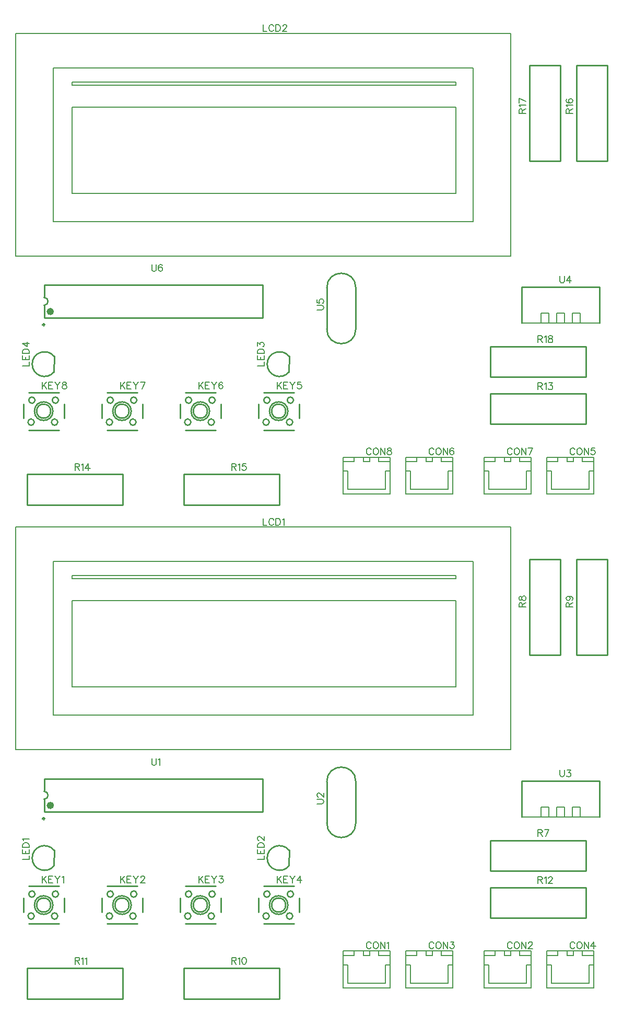
<source format=gto>
G04 Layer: TopSilkscreenLayer*
G04 EasyEDA v6.5.22, 2023-01-28 18:44:11*
G04 Gerber Generator version 0.2*
G04 Scale: 100 percent, Rotated: No, Reflected: No *
G04 Dimensions in millimeters *
G04 leading zeros omitted , absolute positions ,4 integer and 5 decimal *
%FSLAX45Y45*%
%MOMM*%

%ADD10C,0.1524*%
%ADD11C,0.2540*%
%ADD12C,0.2032*%
%ADD13C,0.1999*%
%ADD14C,0.1800*%
%ADD15C,0.3000*%
%ADD16C,0.6000*%
%ADD17C,0.0111*%

%LPD*%
D10*
X9132061Y3836162D02*
G01*
X9132061Y3758184D01*
X9137141Y3742689D01*
X9147556Y3732276D01*
X9163304Y3727195D01*
X9173718Y3727195D01*
X9189211Y3732276D01*
X9199625Y3742689D01*
X9204706Y3758184D01*
X9204706Y3836162D01*
X9249409Y3836162D02*
G01*
X9306559Y3836162D01*
X9275572Y3794505D01*
X9291065Y3794505D01*
X9301479Y3789426D01*
X9306559Y3784345D01*
X9311893Y3768597D01*
X9311893Y3758184D01*
X9306559Y3742689D01*
X9296145Y3732276D01*
X9280652Y3727195D01*
X9265158Y3727195D01*
X9249409Y3732276D01*
X9244329Y3737355D01*
X9238995Y3747770D01*
X5193284Y3288284D02*
G01*
X5271261Y3288284D01*
X5286756Y3293363D01*
X5297170Y3303778D01*
X5302250Y3319526D01*
X5302250Y3329939D01*
X5297170Y3345434D01*
X5286756Y3355847D01*
X5271261Y3360928D01*
X5193284Y3360928D01*
X5219191Y3400552D02*
G01*
X5214111Y3400552D01*
X5203697Y3405631D01*
X5198363Y3410965D01*
X5193284Y3421379D01*
X5193284Y3441954D01*
X5198363Y3452368D01*
X5203697Y3457702D01*
X5214111Y3462781D01*
X5224525Y3462781D01*
X5234940Y3457702D01*
X5250434Y3447287D01*
X5302250Y3395218D01*
X5302250Y3468115D01*
X2514600Y4025900D02*
G01*
X2514600Y3947921D01*
X2519679Y3932428D01*
X2530093Y3922013D01*
X2545841Y3916934D01*
X2556256Y3916934D01*
X2571750Y3922013D01*
X2582163Y3932428D01*
X2587243Y3947921D01*
X2587243Y4025900D01*
X2621534Y4005071D02*
G01*
X2631947Y4010405D01*
X2647695Y4025900D01*
X2647695Y3916934D01*
X8775700Y2108200D02*
G01*
X8775700Y1999234D01*
X8775700Y2108200D02*
G01*
X8822436Y2108200D01*
X8837929Y2103120D01*
X8843263Y2097786D01*
X8848343Y2087371D01*
X8848343Y2076957D01*
X8843263Y2066544D01*
X8837929Y2061463D01*
X8822436Y2056384D01*
X8775700Y2056384D01*
X8812022Y2056384D02*
G01*
X8848343Y1999234D01*
X8882634Y2087371D02*
G01*
X8893047Y2092705D01*
X8908795Y2108200D01*
X8908795Y1999234D01*
X8948165Y2082292D02*
G01*
X8948165Y2087371D01*
X8953500Y2097786D01*
X8958579Y2103120D01*
X8968993Y2108200D01*
X8989822Y2108200D01*
X9000236Y2103120D01*
X9005315Y2097786D01*
X9010650Y2087371D01*
X9010650Y2076957D01*
X9005315Y2066544D01*
X8994902Y2051050D01*
X8943086Y1999234D01*
X9015729Y1999234D01*
X1270000Y800100D02*
G01*
X1270000Y691134D01*
X1270000Y800100D02*
G01*
X1316736Y800100D01*
X1332229Y795020D01*
X1337563Y789686D01*
X1342644Y779271D01*
X1342644Y768857D01*
X1337563Y758444D01*
X1332229Y753363D01*
X1316736Y748284D01*
X1270000Y748284D01*
X1306321Y748284D02*
G01*
X1342644Y691134D01*
X1376934Y779271D02*
G01*
X1387347Y784605D01*
X1403095Y800100D01*
X1403095Y691134D01*
X1437386Y779271D02*
G01*
X1447800Y784605D01*
X1463294Y800100D01*
X1463294Y691134D01*
X3810000Y800100D02*
G01*
X3810000Y691134D01*
X3810000Y800100D02*
G01*
X3856736Y800100D01*
X3872229Y795020D01*
X3877563Y789686D01*
X3882643Y779271D01*
X3882643Y768857D01*
X3877563Y758444D01*
X3872229Y753363D01*
X3856736Y748284D01*
X3810000Y748284D01*
X3846322Y748284D02*
G01*
X3882643Y691134D01*
X3916934Y779271D02*
G01*
X3927347Y784605D01*
X3943095Y800100D01*
X3943095Y691134D01*
X4008374Y800100D02*
G01*
X3992879Y795020D01*
X3982465Y779271D01*
X3977386Y753363D01*
X3977386Y737870D01*
X3982465Y711707D01*
X3992879Y696213D01*
X4008374Y691134D01*
X4018788Y691134D01*
X4034536Y696213D01*
X4044950Y711707D01*
X4050029Y737870D01*
X4050029Y753363D01*
X4044950Y779271D01*
X4034536Y795020D01*
X4018788Y800100D01*
X4008374Y800100D01*
X9231884Y6475984D02*
G01*
X9340850Y6475984D01*
X9231884Y6475984D02*
G01*
X9231884Y6522720D01*
X9236963Y6538213D01*
X9242297Y6543547D01*
X9252711Y6548628D01*
X9263125Y6548628D01*
X9273540Y6543547D01*
X9278620Y6538213D01*
X9283700Y6522720D01*
X9283700Y6475984D01*
X9283700Y6512305D02*
G01*
X9340850Y6548628D01*
X9268206Y6650481D02*
G01*
X9283700Y6645402D01*
X9294113Y6634987D01*
X9299447Y6619494D01*
X9299447Y6614160D01*
X9294113Y6598665D01*
X9283700Y6588252D01*
X9268206Y6582918D01*
X9263125Y6582918D01*
X9247377Y6588252D01*
X9236963Y6598665D01*
X9231884Y6614160D01*
X9231884Y6619494D01*
X9236963Y6634987D01*
X9247377Y6645402D01*
X9268206Y6650481D01*
X9294113Y6650481D01*
X9320275Y6645402D01*
X9335770Y6634987D01*
X9340850Y6619494D01*
X9340850Y6609079D01*
X9335770Y6593331D01*
X9325356Y6588252D01*
X8469884Y6475984D02*
G01*
X8578850Y6475984D01*
X8469884Y6475984D02*
G01*
X8469884Y6522720D01*
X8474963Y6538213D01*
X8480297Y6543547D01*
X8490711Y6548628D01*
X8501125Y6548628D01*
X8511540Y6543547D01*
X8516620Y6538213D01*
X8521700Y6522720D01*
X8521700Y6475984D01*
X8521700Y6512305D02*
G01*
X8578850Y6548628D01*
X8469884Y6609079D02*
G01*
X8474963Y6593331D01*
X8485377Y6588252D01*
X8495791Y6588252D01*
X8506206Y6593331D01*
X8511540Y6603745D01*
X8516620Y6624573D01*
X8521700Y6640068D01*
X8532113Y6650481D01*
X8542527Y6655815D01*
X8558275Y6655815D01*
X8568690Y6650481D01*
X8573770Y6645402D01*
X8578850Y6629654D01*
X8578850Y6609079D01*
X8573770Y6593331D01*
X8568690Y6588252D01*
X8558275Y6582918D01*
X8542527Y6582918D01*
X8532113Y6588252D01*
X8521700Y6598665D01*
X8516620Y6614160D01*
X8511540Y6634987D01*
X8506206Y6645402D01*
X8495791Y6650481D01*
X8485377Y6650481D01*
X8474963Y6645402D01*
X8469884Y6629654D01*
X8469884Y6609079D01*
X8775700Y2870200D02*
G01*
X8775700Y2761234D01*
X8775700Y2870200D02*
G01*
X8822436Y2870200D01*
X8837929Y2865120D01*
X8843263Y2859786D01*
X8848343Y2849371D01*
X8848343Y2838957D01*
X8843263Y2828544D01*
X8837929Y2823463D01*
X8822436Y2818384D01*
X8775700Y2818384D01*
X8812022Y2818384D02*
G01*
X8848343Y2761234D01*
X8955531Y2870200D02*
G01*
X8903461Y2761234D01*
X8882634Y2870200D02*
G01*
X8955531Y2870200D01*
X4228084Y2386584D02*
G01*
X4337050Y2386584D01*
X4337050Y2386584D02*
G01*
X4337050Y2448813D01*
X4228084Y2483104D02*
G01*
X4337050Y2483104D01*
X4228084Y2483104D02*
G01*
X4228084Y2550668D01*
X4279900Y2483104D02*
G01*
X4279900Y2524760D01*
X4337050Y2483104D02*
G01*
X4337050Y2550668D01*
X4228084Y2584957D02*
G01*
X4337050Y2584957D01*
X4228084Y2584957D02*
G01*
X4228084Y2621534D01*
X4233163Y2637028D01*
X4243577Y2647442D01*
X4253991Y2652521D01*
X4269740Y2657855D01*
X4295647Y2657855D01*
X4311141Y2652521D01*
X4321556Y2647442D01*
X4331970Y2637028D01*
X4337050Y2621534D01*
X4337050Y2584957D01*
X4253991Y2697226D02*
G01*
X4248911Y2697226D01*
X4238497Y2702560D01*
X4233163Y2707639D01*
X4228084Y2718054D01*
X4228084Y2738881D01*
X4233163Y2749295D01*
X4238497Y2754376D01*
X4248911Y2759710D01*
X4259325Y2759710D01*
X4269740Y2754376D01*
X4285234Y2743962D01*
X4337050Y2692145D01*
X4337050Y2764789D01*
X418084Y2386584D02*
G01*
X527050Y2386584D01*
X527050Y2386584D02*
G01*
X527050Y2448813D01*
X418084Y2483104D02*
G01*
X527050Y2483104D01*
X418084Y2483104D02*
G01*
X418084Y2550668D01*
X469900Y2483104D02*
G01*
X469900Y2524760D01*
X527050Y2483104D02*
G01*
X527050Y2550668D01*
X418084Y2584957D02*
G01*
X527050Y2584957D01*
X418084Y2584957D02*
G01*
X418084Y2621534D01*
X423163Y2637028D01*
X433578Y2647442D01*
X443992Y2652521D01*
X459739Y2657855D01*
X485647Y2657855D01*
X501142Y2652521D01*
X511555Y2647442D01*
X521970Y2637028D01*
X527050Y2621534D01*
X527050Y2584957D01*
X438912Y2692145D02*
G01*
X433578Y2702560D01*
X418084Y2718054D01*
X527050Y2718054D01*
X4318000Y7912100D02*
G01*
X4318000Y7803134D01*
X4318000Y7803134D02*
G01*
X4380229Y7803134D01*
X4492497Y7886192D02*
G01*
X4487418Y7896605D01*
X4477004Y7907020D01*
X4466590Y7912100D01*
X4445761Y7912100D01*
X4435347Y7907020D01*
X4424934Y7896605D01*
X4419854Y7886192D01*
X4414520Y7870444D01*
X4414520Y7844536D01*
X4419854Y7829042D01*
X4424934Y7818628D01*
X4435347Y7808213D01*
X4445761Y7803134D01*
X4466590Y7803134D01*
X4477004Y7808213D01*
X4487418Y7818628D01*
X4492497Y7829042D01*
X4526788Y7912100D02*
G01*
X4526788Y7803134D01*
X4526788Y7912100D02*
G01*
X4563109Y7912100D01*
X4578858Y7907020D01*
X4589272Y7896605D01*
X4594352Y7886192D01*
X4599686Y7870444D01*
X4599686Y7844536D01*
X4594352Y7829042D01*
X4589272Y7818628D01*
X4578858Y7808213D01*
X4563109Y7803134D01*
X4526788Y7803134D01*
X4633975Y7891271D02*
G01*
X4644390Y7896605D01*
X4659884Y7912100D01*
X4659884Y7803134D01*
X4546600Y2120900D02*
G01*
X4546600Y2011934D01*
X4619243Y2120900D02*
G01*
X4546600Y2048255D01*
X4572508Y2074163D02*
G01*
X4619243Y2011934D01*
X4653534Y2120900D02*
G01*
X4653534Y2011934D01*
X4653534Y2120900D02*
G01*
X4721097Y2120900D01*
X4653534Y2069084D02*
G01*
X4695190Y2069084D01*
X4653534Y2011934D02*
G01*
X4721097Y2011934D01*
X4755388Y2120900D02*
G01*
X4797043Y2069084D01*
X4797043Y2011934D01*
X4838700Y2120900D02*
G01*
X4797043Y2069084D01*
X4924806Y2120900D02*
G01*
X4872990Y2048255D01*
X4950713Y2048255D01*
X4924806Y2120900D02*
G01*
X4924806Y2011934D01*
X3276600Y2120900D02*
G01*
X3276600Y2011934D01*
X3349243Y2120900D02*
G01*
X3276600Y2048255D01*
X3302508Y2074163D02*
G01*
X3349243Y2011934D01*
X3383534Y2120900D02*
G01*
X3383534Y2011934D01*
X3383534Y2120900D02*
G01*
X3451097Y2120900D01*
X3383534Y2069084D02*
G01*
X3425190Y2069084D01*
X3383534Y2011934D02*
G01*
X3451097Y2011934D01*
X3485388Y2120900D02*
G01*
X3527043Y2069084D01*
X3527043Y2011934D01*
X3568700Y2120900D02*
G01*
X3527043Y2069084D01*
X3613150Y2120900D02*
G01*
X3670300Y2120900D01*
X3639311Y2079244D01*
X3654806Y2079244D01*
X3665220Y2074163D01*
X3670300Y2069084D01*
X3675634Y2053336D01*
X3675634Y2042921D01*
X3670300Y2027428D01*
X3660140Y2017013D01*
X3644391Y2011934D01*
X3628897Y2011934D01*
X3613150Y2017013D01*
X3608070Y2022094D01*
X3602990Y2032507D01*
X2006600Y2120900D02*
G01*
X2006600Y2011934D01*
X2079243Y2120900D02*
G01*
X2006600Y2048255D01*
X2032508Y2074163D02*
G01*
X2079243Y2011934D01*
X2113534Y2120900D02*
G01*
X2113534Y2011934D01*
X2113534Y2120900D02*
G01*
X2181097Y2120900D01*
X2113534Y2069084D02*
G01*
X2155190Y2069084D01*
X2113534Y2011934D02*
G01*
X2181097Y2011934D01*
X2215388Y2120900D02*
G01*
X2257043Y2069084D01*
X2257043Y2011934D01*
X2298700Y2120900D02*
G01*
X2257043Y2069084D01*
X2338070Y2094992D02*
G01*
X2338070Y2100071D01*
X2343150Y2110486D01*
X2348484Y2115820D01*
X2358897Y2120900D01*
X2379725Y2120900D01*
X2390140Y2115820D01*
X2395220Y2110486D01*
X2400300Y2100071D01*
X2400300Y2089657D01*
X2395220Y2079244D01*
X2384806Y2063750D01*
X2332990Y2011934D01*
X2405634Y2011934D01*
X736600Y2120900D02*
G01*
X736600Y2011934D01*
X809244Y2120900D02*
G01*
X736600Y2048255D01*
X762507Y2074163D02*
G01*
X809244Y2011934D01*
X843534Y2120900D02*
G01*
X843534Y2011934D01*
X843534Y2120900D02*
G01*
X911097Y2120900D01*
X843534Y2069084D02*
G01*
X885189Y2069084D01*
X843534Y2011934D02*
G01*
X911097Y2011934D01*
X945387Y2120900D02*
G01*
X987044Y2069084D01*
X987044Y2011934D01*
X1028700Y2120900D02*
G01*
X987044Y2069084D01*
X1062989Y2100071D02*
G01*
X1073150Y2105405D01*
X1088897Y2120900D01*
X1088897Y2011934D01*
X9374377Y1028192D02*
G01*
X9369043Y1038605D01*
X9358629Y1049020D01*
X9348470Y1054100D01*
X9327641Y1054100D01*
X9317227Y1049020D01*
X9306813Y1038605D01*
X9301479Y1028192D01*
X9296400Y1012444D01*
X9296400Y986536D01*
X9301479Y971042D01*
X9306813Y960628D01*
X9317227Y950213D01*
X9327641Y945134D01*
X9348470Y945134D01*
X9358629Y950213D01*
X9369043Y960628D01*
X9374377Y971042D01*
X9439909Y1054100D02*
G01*
X9429495Y1049020D01*
X9419081Y1038605D01*
X9413747Y1028192D01*
X9408668Y1012444D01*
X9408668Y986536D01*
X9413747Y971042D01*
X9419081Y960628D01*
X9429495Y950213D01*
X9439909Y945134D01*
X9460484Y945134D01*
X9470897Y950213D01*
X9481311Y960628D01*
X9486645Y971042D01*
X9491725Y986536D01*
X9491725Y1012444D01*
X9486645Y1028192D01*
X9481311Y1038605D01*
X9470897Y1049020D01*
X9460484Y1054100D01*
X9439909Y1054100D01*
X9526015Y1054100D02*
G01*
X9526015Y945134D01*
X9526015Y1054100D02*
G01*
X9598659Y945134D01*
X9598659Y1054100D02*
G01*
X9598659Y945134D01*
X9685020Y1054100D02*
G01*
X9632950Y981455D01*
X9710927Y981455D01*
X9685020Y1054100D02*
G01*
X9685020Y945134D01*
X7088377Y1028192D02*
G01*
X7083043Y1038605D01*
X7072629Y1049020D01*
X7062470Y1054100D01*
X7041641Y1054100D01*
X7031227Y1049020D01*
X7020813Y1038605D01*
X7015479Y1028192D01*
X7010400Y1012444D01*
X7010400Y986536D01*
X7015479Y971042D01*
X7020813Y960628D01*
X7031227Y950213D01*
X7041641Y945134D01*
X7062470Y945134D01*
X7072629Y950213D01*
X7083043Y960628D01*
X7088377Y971042D01*
X7153909Y1054100D02*
G01*
X7143495Y1049020D01*
X7133081Y1038605D01*
X7127747Y1028192D01*
X7122668Y1012444D01*
X7122668Y986536D01*
X7127747Y971042D01*
X7133081Y960628D01*
X7143495Y950213D01*
X7153909Y945134D01*
X7174484Y945134D01*
X7184897Y950213D01*
X7195311Y960628D01*
X7200645Y971042D01*
X7205725Y986536D01*
X7205725Y1012444D01*
X7200645Y1028192D01*
X7195311Y1038605D01*
X7184897Y1049020D01*
X7174484Y1054100D01*
X7153909Y1054100D01*
X7240015Y1054100D02*
G01*
X7240015Y945134D01*
X7240015Y1054100D02*
G01*
X7312659Y945134D01*
X7312659Y1054100D02*
G01*
X7312659Y945134D01*
X7357363Y1054100D02*
G01*
X7414513Y1054100D01*
X7383525Y1012444D01*
X7399020Y1012444D01*
X7409434Y1007363D01*
X7414513Y1002284D01*
X7419847Y986536D01*
X7419847Y976121D01*
X7414513Y960628D01*
X7404100Y950213D01*
X7388606Y945134D01*
X7373111Y945134D01*
X7357363Y950213D01*
X7352284Y955294D01*
X7346950Y965707D01*
X8358377Y1028192D02*
G01*
X8353043Y1038605D01*
X8342629Y1049020D01*
X8332470Y1054100D01*
X8311641Y1054100D01*
X8301227Y1049020D01*
X8290813Y1038605D01*
X8285479Y1028192D01*
X8280400Y1012444D01*
X8280400Y986536D01*
X8285479Y971042D01*
X8290813Y960628D01*
X8301227Y950213D01*
X8311641Y945134D01*
X8332470Y945134D01*
X8342629Y950213D01*
X8353043Y960628D01*
X8358377Y971042D01*
X8423909Y1054100D02*
G01*
X8413495Y1049020D01*
X8403081Y1038605D01*
X8397747Y1028192D01*
X8392668Y1012444D01*
X8392668Y986536D01*
X8397747Y971042D01*
X8403081Y960628D01*
X8413495Y950213D01*
X8423909Y945134D01*
X8444484Y945134D01*
X8454897Y950213D01*
X8465311Y960628D01*
X8470645Y971042D01*
X8475725Y986536D01*
X8475725Y1012444D01*
X8470645Y1028192D01*
X8465311Y1038605D01*
X8454897Y1049020D01*
X8444484Y1054100D01*
X8423909Y1054100D01*
X8510015Y1054100D02*
G01*
X8510015Y945134D01*
X8510015Y1054100D02*
G01*
X8582659Y945134D01*
X8582659Y1054100D02*
G01*
X8582659Y945134D01*
X8622284Y1028192D02*
G01*
X8622284Y1033271D01*
X8627363Y1043686D01*
X8632697Y1049020D01*
X8643111Y1054100D01*
X8663940Y1054100D01*
X8674100Y1049020D01*
X8679434Y1043686D01*
X8684513Y1033271D01*
X8684513Y1022857D01*
X8679434Y1012444D01*
X8669020Y996950D01*
X8616950Y945134D01*
X8689847Y945134D01*
X6072377Y1028192D02*
G01*
X6067043Y1038605D01*
X6056629Y1049020D01*
X6046470Y1054100D01*
X6025641Y1054100D01*
X6015227Y1049020D01*
X6004813Y1038605D01*
X5999479Y1028192D01*
X5994400Y1012444D01*
X5994400Y986536D01*
X5999479Y971042D01*
X6004813Y960628D01*
X6015227Y950213D01*
X6025641Y945134D01*
X6046470Y945134D01*
X6056629Y950213D01*
X6067043Y960628D01*
X6072377Y971042D01*
X6137909Y1054100D02*
G01*
X6127495Y1049020D01*
X6117081Y1038605D01*
X6111747Y1028192D01*
X6106668Y1012444D01*
X6106668Y986536D01*
X6111747Y971042D01*
X6117081Y960628D01*
X6127495Y950213D01*
X6137909Y945134D01*
X6158484Y945134D01*
X6168897Y950213D01*
X6179311Y960628D01*
X6184645Y971042D01*
X6189725Y986536D01*
X6189725Y1012444D01*
X6184645Y1028192D01*
X6179311Y1038605D01*
X6168897Y1049020D01*
X6158484Y1054100D01*
X6137909Y1054100D01*
X6224015Y1054100D02*
G01*
X6224015Y945134D01*
X6224015Y1054100D02*
G01*
X6296659Y945134D01*
X6296659Y1054100D02*
G01*
X6296659Y945134D01*
X6330950Y1033271D02*
G01*
X6341363Y1038605D01*
X6357111Y1054100D01*
X6357111Y945134D01*
X9132061Y11836145D02*
G01*
X9132061Y11758168D01*
X9137141Y11742674D01*
X9147556Y11732260D01*
X9163304Y11727179D01*
X9173718Y11727179D01*
X9189211Y11732260D01*
X9199625Y11742674D01*
X9204706Y11758168D01*
X9204706Y11836145D01*
X9291065Y11836145D02*
G01*
X9238995Y11763502D01*
X9316974Y11763502D01*
X9291065Y11836145D02*
G01*
X9291065Y11727179D01*
X5193284Y11288268D02*
G01*
X5271261Y11288268D01*
X5286756Y11293347D01*
X5297170Y11303762D01*
X5302250Y11319510D01*
X5302250Y11329924D01*
X5297170Y11345418D01*
X5286756Y11355831D01*
X5271261Y11360912D01*
X5193284Y11360912D01*
X5193284Y11457686D02*
G01*
X5193284Y11405615D01*
X5240020Y11400536D01*
X5234940Y11405615D01*
X5229606Y11421363D01*
X5229606Y11436858D01*
X5234940Y11452352D01*
X5245100Y11462765D01*
X5260847Y11468100D01*
X5271261Y11468100D01*
X5286756Y11462765D01*
X5297170Y11452352D01*
X5302250Y11436858D01*
X5302250Y11421363D01*
X5297170Y11405615D01*
X5292090Y11400536D01*
X5281675Y11395202D01*
X2514600Y12025884D02*
G01*
X2514600Y11947905D01*
X2519679Y11932412D01*
X2530093Y11921997D01*
X2545841Y11916918D01*
X2556256Y11916918D01*
X2571750Y11921997D01*
X2582163Y11932412D01*
X2587243Y11947905D01*
X2587243Y12025884D01*
X2684018Y12010389D02*
G01*
X2678684Y12020804D01*
X2663190Y12025884D01*
X2652775Y12025884D01*
X2637281Y12020804D01*
X2626868Y12005055D01*
X2621534Y11979147D01*
X2621534Y11953239D01*
X2626868Y11932412D01*
X2637281Y11921997D01*
X2652775Y11916918D01*
X2658109Y11916918D01*
X2673604Y11921997D01*
X2684018Y11932412D01*
X2689097Y11947905D01*
X2689097Y11953239D01*
X2684018Y11968734D01*
X2673604Y11979147D01*
X2658109Y11984228D01*
X2652775Y11984228D01*
X2637281Y11979147D01*
X2626868Y11968734D01*
X2621534Y11953239D01*
X8775700Y10108184D02*
G01*
X8775700Y9999218D01*
X8775700Y10108184D02*
G01*
X8822436Y10108184D01*
X8837929Y10103104D01*
X8843263Y10097770D01*
X8848343Y10087355D01*
X8848343Y10076942D01*
X8843263Y10066528D01*
X8837929Y10061447D01*
X8822436Y10056368D01*
X8775700Y10056368D01*
X8812022Y10056368D02*
G01*
X8848343Y9999218D01*
X8882634Y10087355D02*
G01*
X8893047Y10092689D01*
X8908795Y10108184D01*
X8908795Y9999218D01*
X8953500Y10108184D02*
G01*
X9010650Y10108184D01*
X8979408Y10066528D01*
X8994902Y10066528D01*
X9005315Y10061447D01*
X9010650Y10056368D01*
X9015729Y10040620D01*
X9015729Y10030205D01*
X9010650Y10014712D01*
X9000236Y10004297D01*
X8984488Y9999218D01*
X8968993Y9999218D01*
X8953500Y10004297D01*
X8948165Y10009378D01*
X8943086Y10019792D01*
X1270000Y8800084D02*
G01*
X1270000Y8691118D01*
X1270000Y8800084D02*
G01*
X1316736Y8800084D01*
X1332229Y8795004D01*
X1337563Y8789670D01*
X1342644Y8779255D01*
X1342644Y8768842D01*
X1337563Y8758428D01*
X1332229Y8753347D01*
X1316736Y8748268D01*
X1270000Y8748268D01*
X1306321Y8748268D02*
G01*
X1342644Y8691118D01*
X1376934Y8779255D02*
G01*
X1387347Y8784589D01*
X1403095Y8800084D01*
X1403095Y8691118D01*
X1489202Y8800084D02*
G01*
X1437386Y8727439D01*
X1515110Y8727439D01*
X1489202Y8800084D02*
G01*
X1489202Y8691118D01*
X3810000Y8800084D02*
G01*
X3810000Y8691118D01*
X3810000Y8800084D02*
G01*
X3856736Y8800084D01*
X3872229Y8795004D01*
X3877563Y8789670D01*
X3882643Y8779255D01*
X3882643Y8768842D01*
X3877563Y8758428D01*
X3872229Y8753347D01*
X3856736Y8748268D01*
X3810000Y8748268D01*
X3846322Y8748268D02*
G01*
X3882643Y8691118D01*
X3916934Y8779255D02*
G01*
X3927347Y8784589D01*
X3943095Y8800084D01*
X3943095Y8691118D01*
X4039615Y8800084D02*
G01*
X3987800Y8800084D01*
X3982465Y8753347D01*
X3987800Y8758428D01*
X4003293Y8763762D01*
X4018788Y8763762D01*
X4034536Y8758428D01*
X4044950Y8748268D01*
X4050029Y8732520D01*
X4050029Y8722105D01*
X4044950Y8706612D01*
X4034536Y8696197D01*
X4018788Y8691118D01*
X4003293Y8691118D01*
X3987800Y8696197D01*
X3982465Y8701278D01*
X3977386Y8711692D01*
X9231884Y14475968D02*
G01*
X9340850Y14475968D01*
X9231884Y14475968D02*
G01*
X9231884Y14522704D01*
X9236963Y14538197D01*
X9242297Y14543531D01*
X9252711Y14548612D01*
X9263125Y14548612D01*
X9273540Y14543531D01*
X9278620Y14538197D01*
X9283700Y14522704D01*
X9283700Y14475968D01*
X9283700Y14512289D02*
G01*
X9340850Y14548612D01*
X9252711Y14582902D02*
G01*
X9247377Y14593316D01*
X9231884Y14609063D01*
X9340850Y14609063D01*
X9247377Y14705584D02*
G01*
X9236963Y14700504D01*
X9231884Y14684755D01*
X9231884Y14674342D01*
X9236963Y14658847D01*
X9252711Y14648434D01*
X9278620Y14643354D01*
X9304527Y14643354D01*
X9325356Y14648434D01*
X9335770Y14658847D01*
X9340850Y14674342D01*
X9340850Y14679676D01*
X9335770Y14695170D01*
X9325356Y14705584D01*
X9309861Y14710918D01*
X9304527Y14710918D01*
X9289034Y14705584D01*
X9278620Y14695170D01*
X9273540Y14679676D01*
X9273540Y14674342D01*
X9278620Y14658847D01*
X9289034Y14648434D01*
X9304527Y14643354D01*
X8469884Y14475968D02*
G01*
X8578850Y14475968D01*
X8469884Y14475968D02*
G01*
X8469884Y14522704D01*
X8474963Y14538197D01*
X8480297Y14543531D01*
X8490711Y14548612D01*
X8501125Y14548612D01*
X8511540Y14543531D01*
X8516620Y14538197D01*
X8521700Y14522704D01*
X8521700Y14475968D01*
X8521700Y14512289D02*
G01*
X8578850Y14548612D01*
X8490711Y14582902D02*
G01*
X8485377Y14593316D01*
X8469884Y14609063D01*
X8578850Y14609063D01*
X8469884Y14715997D02*
G01*
X8578850Y14663928D01*
X8469884Y14643354D02*
G01*
X8469884Y14715997D01*
X8775700Y10870184D02*
G01*
X8775700Y10761218D01*
X8775700Y10870184D02*
G01*
X8822436Y10870184D01*
X8837929Y10865104D01*
X8843263Y10859770D01*
X8848343Y10849355D01*
X8848343Y10838942D01*
X8843263Y10828528D01*
X8837929Y10823447D01*
X8822436Y10818368D01*
X8775700Y10818368D01*
X8812022Y10818368D02*
G01*
X8848343Y10761218D01*
X8882634Y10849355D02*
G01*
X8893047Y10854689D01*
X8908795Y10870184D01*
X8908795Y10761218D01*
X8968993Y10870184D02*
G01*
X8953500Y10865104D01*
X8948165Y10854689D01*
X8948165Y10844276D01*
X8953500Y10833862D01*
X8963659Y10828528D01*
X8984488Y10823447D01*
X9000236Y10818368D01*
X9010650Y10807954D01*
X9015729Y10797539D01*
X9015729Y10781792D01*
X9010650Y10771378D01*
X9005315Y10766297D01*
X8989822Y10761218D01*
X8968993Y10761218D01*
X8953500Y10766297D01*
X8948165Y10771378D01*
X8943086Y10781792D01*
X8943086Y10797539D01*
X8948165Y10807954D01*
X8958579Y10818368D01*
X8974074Y10823447D01*
X8994902Y10828528D01*
X9005315Y10833862D01*
X9010650Y10844276D01*
X9010650Y10854689D01*
X9005315Y10865104D01*
X8989822Y10870184D01*
X8968993Y10870184D01*
X4228084Y10386568D02*
G01*
X4337050Y10386568D01*
X4337050Y10386568D02*
G01*
X4337050Y10448797D01*
X4228084Y10483087D02*
G01*
X4337050Y10483087D01*
X4228084Y10483087D02*
G01*
X4228084Y10550652D01*
X4279900Y10483087D02*
G01*
X4279900Y10524744D01*
X4337050Y10483087D02*
G01*
X4337050Y10550652D01*
X4228084Y10584942D02*
G01*
X4337050Y10584942D01*
X4228084Y10584942D02*
G01*
X4228084Y10621518D01*
X4233163Y10637012D01*
X4243577Y10647426D01*
X4253991Y10652505D01*
X4269740Y10657839D01*
X4295647Y10657839D01*
X4311141Y10652505D01*
X4321556Y10647426D01*
X4331970Y10637012D01*
X4337050Y10621518D01*
X4337050Y10584942D01*
X4228084Y10702544D02*
G01*
X4228084Y10759694D01*
X4269740Y10728452D01*
X4269740Y10743945D01*
X4274820Y10754360D01*
X4279900Y10759694D01*
X4295647Y10764774D01*
X4306061Y10764774D01*
X4321556Y10759694D01*
X4331970Y10749279D01*
X4337050Y10733531D01*
X4337050Y10718037D01*
X4331970Y10702544D01*
X4326890Y10697210D01*
X4316475Y10692129D01*
X418084Y10386568D02*
G01*
X527050Y10386568D01*
X527050Y10386568D02*
G01*
X527050Y10448797D01*
X418084Y10483087D02*
G01*
X527050Y10483087D01*
X418084Y10483087D02*
G01*
X418084Y10550652D01*
X469900Y10483087D02*
G01*
X469900Y10524744D01*
X527050Y10483087D02*
G01*
X527050Y10550652D01*
X418084Y10584942D02*
G01*
X527050Y10584942D01*
X418084Y10584942D02*
G01*
X418084Y10621518D01*
X423163Y10637012D01*
X433578Y10647426D01*
X443992Y10652505D01*
X459739Y10657839D01*
X485647Y10657839D01*
X501142Y10652505D01*
X511555Y10647426D01*
X521970Y10637012D01*
X527050Y10621518D01*
X527050Y10584942D01*
X418084Y10743945D02*
G01*
X490728Y10692129D01*
X490728Y10770108D01*
X418084Y10743945D02*
G01*
X527050Y10743945D01*
X4318000Y15912084D02*
G01*
X4318000Y15803118D01*
X4318000Y15803118D02*
G01*
X4380229Y15803118D01*
X4492497Y15886176D02*
G01*
X4487418Y15896589D01*
X4477004Y15907004D01*
X4466590Y15912084D01*
X4445761Y15912084D01*
X4435347Y15907004D01*
X4424934Y15896589D01*
X4419854Y15886176D01*
X4414520Y15870428D01*
X4414520Y15844520D01*
X4419854Y15829026D01*
X4424934Y15818612D01*
X4435347Y15808197D01*
X4445761Y15803118D01*
X4466590Y15803118D01*
X4477004Y15808197D01*
X4487418Y15818612D01*
X4492497Y15829026D01*
X4526788Y15912084D02*
G01*
X4526788Y15803118D01*
X4526788Y15912084D02*
G01*
X4563109Y15912084D01*
X4578858Y15907004D01*
X4589272Y15896589D01*
X4594352Y15886176D01*
X4599686Y15870428D01*
X4599686Y15844520D01*
X4594352Y15829026D01*
X4589272Y15818612D01*
X4578858Y15808197D01*
X4563109Y15803118D01*
X4526788Y15803118D01*
X4639056Y15886176D02*
G01*
X4639056Y15891255D01*
X4644390Y15901670D01*
X4649470Y15907004D01*
X4659884Y15912084D01*
X4680711Y15912084D01*
X4691125Y15907004D01*
X4696206Y15901670D01*
X4701540Y15891255D01*
X4701540Y15880842D01*
X4696206Y15870428D01*
X4685791Y15854934D01*
X4633975Y15803118D01*
X4706620Y15803118D01*
X4546600Y10120884D02*
G01*
X4546600Y10011918D01*
X4619243Y10120884D02*
G01*
X4546600Y10048239D01*
X4572508Y10074147D02*
G01*
X4619243Y10011918D01*
X4653534Y10120884D02*
G01*
X4653534Y10011918D01*
X4653534Y10120884D02*
G01*
X4721097Y10120884D01*
X4653534Y10069068D02*
G01*
X4695190Y10069068D01*
X4653534Y10011918D02*
G01*
X4721097Y10011918D01*
X4755388Y10120884D02*
G01*
X4797043Y10069068D01*
X4797043Y10011918D01*
X4838700Y10120884D02*
G01*
X4797043Y10069068D01*
X4935220Y10120884D02*
G01*
X4883150Y10120884D01*
X4878070Y10074147D01*
X4883150Y10079228D01*
X4898897Y10084562D01*
X4914391Y10084562D01*
X4930140Y10079228D01*
X4940300Y10069068D01*
X4945634Y10053320D01*
X4945634Y10042905D01*
X4940300Y10027412D01*
X4930140Y10016997D01*
X4914391Y10011918D01*
X4898897Y10011918D01*
X4883150Y10016997D01*
X4878070Y10022078D01*
X4872990Y10032492D01*
X3276600Y10120884D02*
G01*
X3276600Y10011918D01*
X3349243Y10120884D02*
G01*
X3276600Y10048239D01*
X3302508Y10074147D02*
G01*
X3349243Y10011918D01*
X3383534Y10120884D02*
G01*
X3383534Y10011918D01*
X3383534Y10120884D02*
G01*
X3451097Y10120884D01*
X3383534Y10069068D02*
G01*
X3425190Y10069068D01*
X3383534Y10011918D02*
G01*
X3451097Y10011918D01*
X3485388Y10120884D02*
G01*
X3527043Y10069068D01*
X3527043Y10011918D01*
X3568700Y10120884D02*
G01*
X3527043Y10069068D01*
X3665220Y10105389D02*
G01*
X3660140Y10115804D01*
X3644391Y10120884D01*
X3633977Y10120884D01*
X3618484Y10115804D01*
X3608070Y10100055D01*
X3602990Y10074147D01*
X3602990Y10048239D01*
X3608070Y10027412D01*
X3618484Y10016997D01*
X3633977Y10011918D01*
X3639311Y10011918D01*
X3654806Y10016997D01*
X3665220Y10027412D01*
X3670300Y10042905D01*
X3670300Y10048239D01*
X3665220Y10063734D01*
X3654806Y10074147D01*
X3639311Y10079228D01*
X3633977Y10079228D01*
X3618484Y10074147D01*
X3608070Y10063734D01*
X3602990Y10048239D01*
X2006600Y10120884D02*
G01*
X2006600Y10011918D01*
X2079243Y10120884D02*
G01*
X2006600Y10048239D01*
X2032508Y10074147D02*
G01*
X2079243Y10011918D01*
X2113534Y10120884D02*
G01*
X2113534Y10011918D01*
X2113534Y10120884D02*
G01*
X2181097Y10120884D01*
X2113534Y10069068D02*
G01*
X2155190Y10069068D01*
X2113534Y10011918D02*
G01*
X2181097Y10011918D01*
X2215388Y10120884D02*
G01*
X2257043Y10069068D01*
X2257043Y10011918D01*
X2298700Y10120884D02*
G01*
X2257043Y10069068D01*
X2405634Y10120884D02*
G01*
X2353563Y10011918D01*
X2332990Y10120884D02*
G01*
X2405634Y10120884D01*
X736600Y10120884D02*
G01*
X736600Y10011918D01*
X809244Y10120884D02*
G01*
X736600Y10048239D01*
X762507Y10074147D02*
G01*
X809244Y10011918D01*
X843534Y10120884D02*
G01*
X843534Y10011918D01*
X843534Y10120884D02*
G01*
X911097Y10120884D01*
X843534Y10069068D02*
G01*
X885189Y10069068D01*
X843534Y10011918D02*
G01*
X911097Y10011918D01*
X945387Y10120884D02*
G01*
X987044Y10069068D01*
X987044Y10011918D01*
X1028700Y10120884D02*
G01*
X987044Y10069068D01*
X1088897Y10120884D02*
G01*
X1073150Y10115804D01*
X1068070Y10105389D01*
X1068070Y10094976D01*
X1073150Y10084562D01*
X1083563Y10079228D01*
X1104392Y10074147D01*
X1120139Y10069068D01*
X1130300Y10058654D01*
X1135634Y10048239D01*
X1135634Y10032492D01*
X1130300Y10022078D01*
X1125220Y10016997D01*
X1109726Y10011918D01*
X1088897Y10011918D01*
X1073150Y10016997D01*
X1068070Y10022078D01*
X1062989Y10032492D01*
X1062989Y10048239D01*
X1068070Y10058654D01*
X1078484Y10069068D01*
X1093978Y10074147D01*
X1114805Y10079228D01*
X1125220Y10084562D01*
X1130300Y10094976D01*
X1130300Y10105389D01*
X1125220Y10115804D01*
X1109726Y10120884D01*
X1088897Y10120884D01*
X9374377Y9028176D02*
G01*
X9369043Y9038589D01*
X9358629Y9049004D01*
X9348470Y9054084D01*
X9327641Y9054084D01*
X9317227Y9049004D01*
X9306813Y9038589D01*
X9301479Y9028176D01*
X9296400Y9012428D01*
X9296400Y8986520D01*
X9301479Y8971026D01*
X9306813Y8960612D01*
X9317227Y8950197D01*
X9327641Y8945118D01*
X9348470Y8945118D01*
X9358629Y8950197D01*
X9369043Y8960612D01*
X9374377Y8971026D01*
X9439909Y9054084D02*
G01*
X9429495Y9049004D01*
X9419081Y9038589D01*
X9413747Y9028176D01*
X9408668Y9012428D01*
X9408668Y8986520D01*
X9413747Y8971026D01*
X9419081Y8960612D01*
X9429495Y8950197D01*
X9439909Y8945118D01*
X9460484Y8945118D01*
X9470897Y8950197D01*
X9481311Y8960612D01*
X9486645Y8971026D01*
X9491725Y8986520D01*
X9491725Y9012428D01*
X9486645Y9028176D01*
X9481311Y9038589D01*
X9470897Y9049004D01*
X9460484Y9054084D01*
X9439909Y9054084D01*
X9526015Y9054084D02*
G01*
X9526015Y8945118D01*
X9526015Y9054084D02*
G01*
X9598659Y8945118D01*
X9598659Y9054084D02*
G01*
X9598659Y8945118D01*
X9695434Y9054084D02*
G01*
X9643363Y9054084D01*
X9638284Y9007347D01*
X9643363Y9012428D01*
X9659111Y9017762D01*
X9674606Y9017762D01*
X9690100Y9012428D01*
X9700513Y9002268D01*
X9705847Y8986520D01*
X9705847Y8976105D01*
X9700513Y8960612D01*
X9690100Y8950197D01*
X9674606Y8945118D01*
X9659111Y8945118D01*
X9643363Y8950197D01*
X9638284Y8955278D01*
X9632950Y8965692D01*
X7088377Y9028176D02*
G01*
X7083043Y9038589D01*
X7072629Y9049004D01*
X7062470Y9054084D01*
X7041641Y9054084D01*
X7031227Y9049004D01*
X7020813Y9038589D01*
X7015479Y9028176D01*
X7010400Y9012428D01*
X7010400Y8986520D01*
X7015479Y8971026D01*
X7020813Y8960612D01*
X7031227Y8950197D01*
X7041641Y8945118D01*
X7062470Y8945118D01*
X7072629Y8950197D01*
X7083043Y8960612D01*
X7088377Y8971026D01*
X7153909Y9054084D02*
G01*
X7143495Y9049004D01*
X7133081Y9038589D01*
X7127747Y9028176D01*
X7122668Y9012428D01*
X7122668Y8986520D01*
X7127747Y8971026D01*
X7133081Y8960612D01*
X7143495Y8950197D01*
X7153909Y8945118D01*
X7174484Y8945118D01*
X7184897Y8950197D01*
X7195311Y8960612D01*
X7200645Y8971026D01*
X7205725Y8986520D01*
X7205725Y9012428D01*
X7200645Y9028176D01*
X7195311Y9038589D01*
X7184897Y9049004D01*
X7174484Y9054084D01*
X7153909Y9054084D01*
X7240015Y9054084D02*
G01*
X7240015Y8945118D01*
X7240015Y9054084D02*
G01*
X7312659Y8945118D01*
X7312659Y9054084D02*
G01*
X7312659Y8945118D01*
X7409434Y9038589D02*
G01*
X7404100Y9049004D01*
X7388606Y9054084D01*
X7378191Y9054084D01*
X7362697Y9049004D01*
X7352284Y9033255D01*
X7346950Y9007347D01*
X7346950Y8981439D01*
X7352284Y8960612D01*
X7362697Y8950197D01*
X7378191Y8945118D01*
X7383525Y8945118D01*
X7399020Y8950197D01*
X7409434Y8960612D01*
X7414513Y8976105D01*
X7414513Y8981439D01*
X7409434Y8996934D01*
X7399020Y9007347D01*
X7383525Y9012428D01*
X7378191Y9012428D01*
X7362697Y9007347D01*
X7352284Y8996934D01*
X7346950Y8981439D01*
X8358377Y9028176D02*
G01*
X8353043Y9038589D01*
X8342629Y9049004D01*
X8332470Y9054084D01*
X8311641Y9054084D01*
X8301227Y9049004D01*
X8290813Y9038589D01*
X8285479Y9028176D01*
X8280400Y9012428D01*
X8280400Y8986520D01*
X8285479Y8971026D01*
X8290813Y8960612D01*
X8301227Y8950197D01*
X8311641Y8945118D01*
X8332470Y8945118D01*
X8342629Y8950197D01*
X8353043Y8960612D01*
X8358377Y8971026D01*
X8423909Y9054084D02*
G01*
X8413495Y9049004D01*
X8403081Y9038589D01*
X8397747Y9028176D01*
X8392668Y9012428D01*
X8392668Y8986520D01*
X8397747Y8971026D01*
X8403081Y8960612D01*
X8413495Y8950197D01*
X8423909Y8945118D01*
X8444484Y8945118D01*
X8454897Y8950197D01*
X8465311Y8960612D01*
X8470645Y8971026D01*
X8475725Y8986520D01*
X8475725Y9012428D01*
X8470645Y9028176D01*
X8465311Y9038589D01*
X8454897Y9049004D01*
X8444484Y9054084D01*
X8423909Y9054084D01*
X8510015Y9054084D02*
G01*
X8510015Y8945118D01*
X8510015Y9054084D02*
G01*
X8582659Y8945118D01*
X8582659Y9054084D02*
G01*
X8582659Y8945118D01*
X8689847Y9054084D02*
G01*
X8637777Y8945118D01*
X8616950Y9054084D02*
G01*
X8689847Y9054084D01*
X6072377Y9028176D02*
G01*
X6067043Y9038589D01*
X6056629Y9049004D01*
X6046470Y9054084D01*
X6025641Y9054084D01*
X6015227Y9049004D01*
X6004813Y9038589D01*
X5999479Y9028176D01*
X5994400Y9012428D01*
X5994400Y8986520D01*
X5999479Y8971026D01*
X6004813Y8960612D01*
X6015227Y8950197D01*
X6025641Y8945118D01*
X6046470Y8945118D01*
X6056629Y8950197D01*
X6067043Y8960612D01*
X6072377Y8971026D01*
X6137909Y9054084D02*
G01*
X6127495Y9049004D01*
X6117081Y9038589D01*
X6111747Y9028176D01*
X6106668Y9012428D01*
X6106668Y8986520D01*
X6111747Y8971026D01*
X6117081Y8960612D01*
X6127495Y8950197D01*
X6137909Y8945118D01*
X6158484Y8945118D01*
X6168897Y8950197D01*
X6179311Y8960612D01*
X6184645Y8971026D01*
X6189725Y8986520D01*
X6189725Y9012428D01*
X6184645Y9028176D01*
X6179311Y9038589D01*
X6168897Y9049004D01*
X6158484Y9054084D01*
X6137909Y9054084D01*
X6224015Y9054084D02*
G01*
X6224015Y8945118D01*
X6224015Y9054084D02*
G01*
X6296659Y8945118D01*
X6296659Y9054084D02*
G01*
X6296659Y8945118D01*
X6357111Y9054084D02*
G01*
X6341363Y9049004D01*
X6336284Y9038589D01*
X6336284Y9028176D01*
X6341363Y9017762D01*
X6351777Y9012428D01*
X6372606Y9007347D01*
X6388100Y9002268D01*
X6398513Y8991854D01*
X6403847Y8981439D01*
X6403847Y8965692D01*
X6398513Y8955278D01*
X6393434Y8950197D01*
X6377940Y8945118D01*
X6357111Y8945118D01*
X6341363Y8950197D01*
X6336284Y8955278D01*
X6330950Y8965692D01*
X6330950Y8981439D01*
X6336284Y8991854D01*
X6346697Y9002268D01*
X6362191Y9007347D01*
X6383020Y9012428D01*
X6393434Y9017762D01*
X6398513Y9028176D01*
X6398513Y9038589D01*
X6393434Y9049004D01*
X6377940Y9054084D01*
X6357111Y9054084D01*
D11*
X9774936Y3077971D02*
G01*
X9774936Y3662009D01*
X9773998Y3662946D01*
X8514001Y3662946D01*
X8514001Y3077971D01*
D12*
X9461500Y3077971D02*
G01*
X9461500Y3237484D01*
X9334500Y3237484D01*
X9334500Y3077971D01*
X9207500Y3077971D02*
G01*
X9207500Y3237484D01*
X9080500Y3237484D01*
X9080500Y3077971D01*
X8953500Y3077971D02*
G01*
X8953500Y3237484D01*
X8826500Y3237484D01*
X8826500Y3077971D01*
X8513063Y3077971D02*
G01*
X9525000Y3077971D01*
X9774936Y3077971D01*
D11*
X5823000Y3648684D02*
G01*
X5823000Y2978683D01*
X5352999Y2978683D02*
G01*
X5352999Y3648684D01*
X770001Y3491484D02*
G01*
X770001Y3692984D01*
X4309999Y3692984D01*
X4309999Y3162983D01*
X770001Y3162983D01*
X770001Y3364484D01*
X8001000Y1439163D02*
G01*
X8001000Y1937004D01*
X8001000Y1937004D02*
G01*
X9550400Y1937004D01*
X9550400Y1937004D02*
G01*
X9550400Y1439163D01*
X9550400Y1439163D02*
G01*
X8001000Y1439163D01*
X495300Y131063D02*
G01*
X495300Y628904D01*
X495300Y628904D02*
G01*
X2044700Y628904D01*
X2044700Y628904D02*
G01*
X2044700Y131063D01*
X2044700Y131063D02*
G01*
X495300Y131063D01*
X3035300Y131063D02*
G01*
X3035300Y628904D01*
X3035300Y628904D02*
G01*
X4584700Y628904D01*
X4584700Y628904D02*
G01*
X4584700Y131063D01*
X4584700Y131063D02*
G01*
X3035300Y131063D01*
X9900920Y5701284D02*
G01*
X9403079Y5701284D01*
X9403079Y5701284D02*
G01*
X9403079Y7250684D01*
X9403079Y7250684D02*
G01*
X9900920Y7250684D01*
X9900920Y7250684D02*
G01*
X9900920Y5701284D01*
X9138920Y5701284D02*
G01*
X8641079Y5701284D01*
X8641079Y5701284D02*
G01*
X8641079Y7250684D01*
X8641079Y7250684D02*
G01*
X9138920Y7250684D01*
X9138920Y7250684D02*
G01*
X9138920Y5701284D01*
X8001000Y2201163D02*
G01*
X8001000Y2699004D01*
X8001000Y2699004D02*
G01*
X9550400Y2699004D01*
X9550400Y2699004D02*
G01*
X9550400Y2201163D01*
X9550400Y2201163D02*
G01*
X8001000Y2201163D01*
X4740147Y2284984D02*
G01*
X4740681Y2539771D01*
X930147Y2284984D02*
G01*
X930681Y2539771D01*
D13*
X1219200Y6983984D02*
G01*
X7442200Y6983984D01*
X7442200Y6933184D01*
X1219200Y6933184D01*
X1219200Y6983984D01*
X8331200Y7771384D02*
G01*
X8331200Y4164584D01*
X304800Y4164584D01*
X304800Y7771384D01*
X8331200Y7771384D01*
X7721600Y7212584D02*
G01*
X7721600Y4723384D01*
X914400Y4723384D01*
X914400Y7212584D01*
X7721600Y7212584D01*
X7442200Y6577584D02*
G01*
X7442200Y5180584D01*
X1219200Y5180584D01*
X1219200Y6577584D01*
X7442200Y6577584D01*
D11*
X4902200Y1762028D02*
G01*
X4902200Y1537939D01*
X4326986Y1954784D02*
G01*
X4817013Y1954784D01*
X4241800Y1762028D02*
G01*
X4241800Y1537939D01*
X4326986Y1345184D02*
G01*
X4817013Y1345184D01*
X3632200Y1762028D02*
G01*
X3632200Y1537939D01*
X3056986Y1954784D02*
G01*
X3547013Y1954784D01*
X2971800Y1762028D02*
G01*
X2971800Y1537939D01*
X3056986Y1345184D02*
G01*
X3547013Y1345184D01*
X2362200Y1762028D02*
G01*
X2362200Y1537939D01*
X1786986Y1954784D02*
G01*
X2277013Y1954784D01*
X1701800Y1762028D02*
G01*
X1701800Y1537939D01*
X1786986Y1345184D02*
G01*
X2277013Y1345184D01*
X1092200Y1762028D02*
G01*
X1092200Y1537939D01*
X516986Y1954784D02*
G01*
X1007013Y1954784D01*
X431800Y1762028D02*
G01*
X431800Y1537939D01*
X516986Y1345184D02*
G01*
X1007013Y1345184D01*
D14*
X8918387Y904382D02*
G01*
X9098389Y904382D01*
X9098389Y829383D01*
X8918387Y829383D01*
X8918387Y904382D01*
X8918387Y309384D01*
X9678385Y309384D01*
X9678385Y904382D01*
X8918387Y904382D01*
X9498388Y904382D02*
G01*
X9498388Y829383D01*
X9678385Y829383D01*
X9678385Y904382D01*
X9498388Y904382D01*
X8918387Y679383D02*
G01*
X8993388Y679383D01*
X8993388Y384383D01*
X9298388Y384383D01*
X9603386Y384383D01*
X9603386Y679383D01*
X9678385Y679383D01*
X9248388Y904382D02*
G01*
X9248388Y829383D01*
X9348386Y829383D01*
X9348386Y904382D01*
X9248388Y904382D01*
X6632387Y904382D02*
G01*
X6812389Y904382D01*
X6812389Y829383D01*
X6632387Y829383D01*
X6632387Y904382D01*
X6632387Y309384D01*
X7392385Y309384D01*
X7392385Y904382D01*
X6632387Y904382D01*
X7212388Y904382D02*
G01*
X7212388Y829383D01*
X7392385Y829383D01*
X7392385Y904382D01*
X7212388Y904382D01*
X6632387Y679383D02*
G01*
X6707388Y679383D01*
X6707388Y384383D01*
X7012388Y384383D01*
X7317386Y384383D01*
X7317386Y679383D01*
X7392385Y679383D01*
X6962388Y904382D02*
G01*
X6962388Y829383D01*
X7062386Y829383D01*
X7062386Y904382D01*
X6962388Y904382D01*
X7902387Y904382D02*
G01*
X8082389Y904382D01*
X8082389Y829383D01*
X7902387Y829383D01*
X7902387Y904382D01*
X7902387Y309384D01*
X8662385Y309384D01*
X8662385Y904382D01*
X7902387Y904382D01*
X8482388Y904382D02*
G01*
X8482388Y829383D01*
X8662385Y829383D01*
X8662385Y904382D01*
X8482388Y904382D01*
X7902387Y679383D02*
G01*
X7977388Y679383D01*
X7977388Y384383D01*
X8282388Y384383D01*
X8587386Y384383D01*
X8587386Y679383D01*
X8662385Y679383D01*
X8232388Y904382D02*
G01*
X8232388Y829383D01*
X8332386Y829383D01*
X8332386Y904382D01*
X8232388Y904382D01*
X5616387Y904382D02*
G01*
X5796389Y904382D01*
X5796389Y829383D01*
X5616387Y829383D01*
X5616387Y904382D01*
X5616387Y309384D01*
X6376385Y309384D01*
X6376385Y904382D01*
X5616387Y904382D01*
X6196388Y904382D02*
G01*
X6196388Y829383D01*
X6376385Y829383D01*
X6376385Y904382D01*
X6196388Y904382D01*
X5616387Y679383D02*
G01*
X5691388Y679383D01*
X5691388Y384383D01*
X5996388Y384383D01*
X6301386Y384383D01*
X6301386Y679383D01*
X6376385Y679383D01*
X5946388Y904382D02*
G01*
X5946388Y829383D01*
X6046386Y829383D01*
X6046386Y904382D01*
X5946388Y904382D01*
D11*
X9774936Y11077955D02*
G01*
X9774936Y11661993D01*
X9773998Y11662930D01*
X8514001Y11662930D01*
X8514001Y11077955D01*
D12*
X9461500Y11077955D02*
G01*
X9461500Y11237468D01*
X9334500Y11237468D01*
X9334500Y11077955D01*
X9207500Y11077955D02*
G01*
X9207500Y11237468D01*
X9080500Y11237468D01*
X9080500Y11077955D01*
X8953500Y11077955D02*
G01*
X8953500Y11237468D01*
X8826500Y11237468D01*
X8826500Y11077955D01*
X8513063Y11077955D02*
G01*
X9525000Y11077955D01*
X9774936Y11077955D01*
D11*
X5823000Y11648668D02*
G01*
X5823000Y10978667D01*
X5352999Y10978667D02*
G01*
X5352999Y11648668D01*
X770001Y11491468D02*
G01*
X770001Y11692968D01*
X4309999Y11692968D01*
X4309999Y11162967D01*
X770001Y11162967D01*
X770001Y11364468D01*
X8001000Y9439147D02*
G01*
X8001000Y9936987D01*
X8001000Y9936987D02*
G01*
X9550400Y9936987D01*
X9550400Y9936987D02*
G01*
X9550400Y9439147D01*
X9550400Y9439147D02*
G01*
X8001000Y9439147D01*
X495300Y8131047D02*
G01*
X495300Y8628887D01*
X495300Y8628887D02*
G01*
X2044700Y8628887D01*
X2044700Y8628887D02*
G01*
X2044700Y8131047D01*
X2044700Y8131047D02*
G01*
X495300Y8131047D01*
X3035300Y8131047D02*
G01*
X3035300Y8628887D01*
X3035300Y8628887D02*
G01*
X4584700Y8628887D01*
X4584700Y8628887D02*
G01*
X4584700Y8131047D01*
X4584700Y8131047D02*
G01*
X3035300Y8131047D01*
X9900920Y13701268D02*
G01*
X9403079Y13701268D01*
X9403079Y13701268D02*
G01*
X9403079Y15250668D01*
X9403079Y15250668D02*
G01*
X9900920Y15250668D01*
X9900920Y15250668D02*
G01*
X9900920Y13701268D01*
X9138920Y13701268D02*
G01*
X8641079Y13701268D01*
X8641079Y13701268D02*
G01*
X8641079Y15250668D01*
X8641079Y15250668D02*
G01*
X9138920Y15250668D01*
X9138920Y15250668D02*
G01*
X9138920Y13701268D01*
X8001000Y10201147D02*
G01*
X8001000Y10698987D01*
X8001000Y10698987D02*
G01*
X9550400Y10698987D01*
X9550400Y10698987D02*
G01*
X9550400Y10201147D01*
X9550400Y10201147D02*
G01*
X8001000Y10201147D01*
X4740147Y10284968D02*
G01*
X4740681Y10539755D01*
X930147Y10284968D02*
G01*
X930681Y10539755D01*
D13*
X1219200Y14983968D02*
G01*
X7442200Y14983968D01*
X7442200Y14933168D01*
X1219200Y14933168D01*
X1219200Y14983968D01*
X8331200Y15771368D02*
G01*
X8331200Y12164568D01*
X304800Y12164568D01*
X304800Y15771368D01*
X8331200Y15771368D01*
X7721600Y15212568D02*
G01*
X7721600Y12723368D01*
X914400Y12723368D01*
X914400Y15212568D01*
X7721600Y15212568D01*
X7442200Y14577568D02*
G01*
X7442200Y13180568D01*
X1219200Y13180568D01*
X1219200Y14577568D01*
X7442200Y14577568D01*
D11*
X4902200Y9762012D02*
G01*
X4902200Y9537923D01*
X4326986Y9954768D02*
G01*
X4817013Y9954768D01*
X4241800Y9762012D02*
G01*
X4241800Y9537923D01*
X4326986Y9345168D02*
G01*
X4817013Y9345168D01*
X3632200Y9762012D02*
G01*
X3632200Y9537923D01*
X3056986Y9954768D02*
G01*
X3547013Y9954768D01*
X2971800Y9762012D02*
G01*
X2971800Y9537923D01*
X3056986Y9345168D02*
G01*
X3547013Y9345168D01*
X2362200Y9762012D02*
G01*
X2362200Y9537923D01*
X1786986Y9954768D02*
G01*
X2277013Y9954768D01*
X1701800Y9762012D02*
G01*
X1701800Y9537923D01*
X1786986Y9345168D02*
G01*
X2277013Y9345168D01*
X1092200Y9762012D02*
G01*
X1092200Y9537923D01*
X516986Y9954768D02*
G01*
X1007013Y9954768D01*
X431800Y9762012D02*
G01*
X431800Y9537923D01*
X516986Y9345168D02*
G01*
X1007013Y9345168D01*
D14*
X8918387Y8904366D02*
G01*
X9098389Y8904366D01*
X9098389Y8829367D01*
X8918387Y8829367D01*
X8918387Y8904366D01*
X8918387Y8309368D01*
X9678385Y8309368D01*
X9678385Y8904366D01*
X8918387Y8904366D01*
X9498388Y8904366D02*
G01*
X9498388Y8829367D01*
X9678385Y8829367D01*
X9678385Y8904366D01*
X9498388Y8904366D01*
X8918387Y8679367D02*
G01*
X8993388Y8679367D01*
X8993388Y8384367D01*
X9298388Y8384367D01*
X9603386Y8384367D01*
X9603386Y8679367D01*
X9678385Y8679367D01*
X9248388Y8904366D02*
G01*
X9248388Y8829367D01*
X9348386Y8829367D01*
X9348386Y8904366D01*
X9248388Y8904366D01*
X6632387Y8904366D02*
G01*
X6812389Y8904366D01*
X6812389Y8829367D01*
X6632387Y8829367D01*
X6632387Y8904366D01*
X6632387Y8309368D01*
X7392385Y8309368D01*
X7392385Y8904366D01*
X6632387Y8904366D01*
X7212388Y8904366D02*
G01*
X7212388Y8829367D01*
X7392385Y8829367D01*
X7392385Y8904366D01*
X7212388Y8904366D01*
X6632387Y8679367D02*
G01*
X6707388Y8679367D01*
X6707388Y8384367D01*
X7012388Y8384367D01*
X7317386Y8384367D01*
X7317386Y8679367D01*
X7392385Y8679367D01*
X6962388Y8904366D02*
G01*
X6962388Y8829367D01*
X7062386Y8829367D01*
X7062386Y8904366D01*
X6962388Y8904366D01*
X7902387Y8904366D02*
G01*
X8082389Y8904366D01*
X8082389Y8829367D01*
X7902387Y8829367D01*
X7902387Y8904366D01*
X7902387Y8309368D01*
X8662385Y8309368D01*
X8662385Y8904366D01*
X7902387Y8904366D01*
X8482388Y8904366D02*
G01*
X8482388Y8829367D01*
X8662385Y8829367D01*
X8662385Y8904366D01*
X8482388Y8904366D01*
X7902387Y8679367D02*
G01*
X7977388Y8679367D01*
X7977388Y8384367D01*
X8282388Y8384367D01*
X8587386Y8384367D01*
X8587386Y8679367D01*
X8662385Y8679367D01*
X8232388Y8904366D02*
G01*
X8232388Y8829367D01*
X8332386Y8829367D01*
X8332386Y8904366D01*
X8232388Y8904366D01*
X5616387Y8904366D02*
G01*
X5796389Y8904366D01*
X5796389Y8829367D01*
X5616387Y8829367D01*
X5616387Y8904366D01*
X5616387Y8309368D01*
X6376385Y8309368D01*
X6376385Y8904366D01*
X5616387Y8904366D01*
X6196388Y8904366D02*
G01*
X6196388Y8829367D01*
X6376385Y8829367D01*
X6376385Y8904366D01*
X6196388Y8904366D01*
X5616387Y8679367D02*
G01*
X5691388Y8679367D01*
X5691388Y8384367D01*
X5996388Y8384367D01*
X6301386Y8384367D01*
X6301386Y8679367D01*
X6376385Y8679367D01*
X5946388Y8904366D02*
G01*
X5946388Y8829367D01*
X6046386Y8829367D01*
X6046386Y8904366D01*
X5946388Y8904366D01*
D11*
G75*
G01*
X5352999Y2978683D02*
G03*
X5822950Y2978658I234976J-12D01*
G75*
G01*
X5823001Y3648685D02*
G03*
X5353050Y3648710I-234976J12D01*
D15*
G75*
G01*
X745998Y3048000D02*
G03*
X745998Y3048254I15001J127D01*
D11*
G75*
G01*
X769874Y3364484D02*
G03*
X769874Y3491484I0J63500D01*
D16*
G75*
G01*
X839978Y3262884D02*
G03*
X839978Y3263392I29999J254D01*
D11*
G75*
G01*
X4740148Y2538527D02*
G03*
X4740148Y2285035I-154710J-126746D01*
G75*
G01*
X930148Y2538527D02*
G03*
X930148Y2285035I-154710J-126746D01*
G75*
G01*
X5352999Y10978667D02*
G03*
X5822950Y10978642I234976J-12D01*
G75*
G01*
X5823001Y11648669D02*
G03*
X5353050Y11648694I-234976J12D01*
D15*
G75*
G01*
X745998Y11047984D02*
G03*
X745998Y11048238I15001J127D01*
D11*
G75*
G01*
X769874Y11364468D02*
G03*
X769874Y11491468I0J63500D01*
D16*
G75*
G01*
X839978Y11262868D02*
G03*
X839978Y11263376I29999J254D01*
D11*
G75*
G01*
X4740148Y10538511D02*
G03*
X4740148Y10285019I-154710J-126746D01*
G75*
G01*
X930148Y10538511D02*
G03*
X930148Y10285019I-154710J-126746D01*
G75*
G01
X4432300Y1827784D02*
G03X4432300Y1827784I-50800J0D01*
G75*
G01
X4419600Y1472184D02*
G03X4419600Y1472184I-50800J0D01*
G75*
G01
X4813300Y1827784D02*
G03X4813300Y1827784I-50800J0D01*
G75*
G01
X4800600Y1472184D02*
G03X4800600Y1472184I-50800J0D01*
G75*
G01
X4686300Y1649984D02*
G03X4686300Y1649984I-114300J0D01*
G75*
G01
X4722114Y1649984D02*
G03X4722114Y1649984I-150114J0D01*
G75*
G01
X3162300Y1827784D02*
G03X3162300Y1827784I-50800J0D01*
G75*
G01
X3149600Y1472184D02*
G03X3149600Y1472184I-50800J0D01*
G75*
G01
X3543300Y1827784D02*
G03X3543300Y1827784I-50800J0D01*
G75*
G01
X3530600Y1472184D02*
G03X3530600Y1472184I-50800J0D01*
G75*
G01
X3416300Y1649984D02*
G03X3416300Y1649984I-114300J0D01*
G75*
G01
X3452114Y1649984D02*
G03X3452114Y1649984I-150114J0D01*
G75*
G01
X1892300Y1827784D02*
G03X1892300Y1827784I-50800J0D01*
G75*
G01
X1879600Y1472184D02*
G03X1879600Y1472184I-50800J0D01*
G75*
G01
X2273300Y1827784D02*
G03X2273300Y1827784I-50800J0D01*
G75*
G01
X2260600Y1472184D02*
G03X2260600Y1472184I-50800J0D01*
G75*
G01
X2146300Y1649984D02*
G03X2146300Y1649984I-114300J0D01*
G75*
G01
X2182114Y1649984D02*
G03X2182114Y1649984I-150114J0D01*
G75*
G01
X622300Y1827784D02*
G03X622300Y1827784I-50800J0D01*
G75*
G01
X609600Y1472184D02*
G03X609600Y1472184I-50800J0D01*
G75*
G01
X1003300Y1827784D02*
G03X1003300Y1827784I-50800J0D01*
G75*
G01
X990600Y1472184D02*
G03X990600Y1472184I-50800J0D01*
G75*
G01
X876300Y1649984D02*
G03X876300Y1649984I-114300J0D01*
G75*
G01
X912114Y1649984D02*
G03X912114Y1649984I-150114J0D01*
G75*
G01
X4432300Y9827768D02*
G03X4432300Y9827768I-50800J0D01*
G75*
G01
X4419600Y9472168D02*
G03X4419600Y9472168I-50800J0D01*
G75*
G01
X4813300Y9827768D02*
G03X4813300Y9827768I-50800J0D01*
G75*
G01
X4800600Y9472168D02*
G03X4800600Y9472168I-50800J0D01*
G75*
G01
X4686300Y9649968D02*
G03X4686300Y9649968I-114300J0D01*
G75*
G01
X4722114Y9649968D02*
G03X4722114Y9649968I-150114J0D01*
G75*
G01
X3162300Y9827768D02*
G03X3162300Y9827768I-50800J0D01*
G75*
G01
X3149600Y9472168D02*
G03X3149600Y9472168I-50800J0D01*
G75*
G01
X3543300Y9827768D02*
G03X3543300Y9827768I-50800J0D01*
G75*
G01
X3530600Y9472168D02*
G03X3530600Y9472168I-50800J0D01*
G75*
G01
X3416300Y9649968D02*
G03X3416300Y9649968I-114300J0D01*
G75*
G01
X3452114Y9649968D02*
G03X3452114Y9649968I-150114J0D01*
G75*
G01
X1892300Y9827768D02*
G03X1892300Y9827768I-50800J0D01*
G75*
G01
X1879600Y9472168D02*
G03X1879600Y9472168I-50800J0D01*
G75*
G01
X2273300Y9827768D02*
G03X2273300Y9827768I-50800J0D01*
G75*
G01
X2260600Y9472168D02*
G03X2260600Y9472168I-50800J0D01*
G75*
G01
X2146300Y9649968D02*
G03X2146300Y9649968I-114300J0D01*
G75*
G01
X2182114Y9649968D02*
G03X2182114Y9649968I-150114J0D01*
G75*
G01
X622300Y9827768D02*
G03X622300Y9827768I-50800J0D01*
G75*
G01
X609600Y9472168D02*
G03X609600Y9472168I-50800J0D01*
G75*
G01
X1003300Y9827768D02*
G03X1003300Y9827768I-50800J0D01*
G75*
G01
X990600Y9472168D02*
G03X990600Y9472168I-50800J0D01*
G75*
G01
X876300Y9649968D02*
G03X876300Y9649968I-114300J0D01*
G75*
G01
X912114Y9649968D02*
G03X912114Y9649968I-150114J0D01*
M02*

</source>
